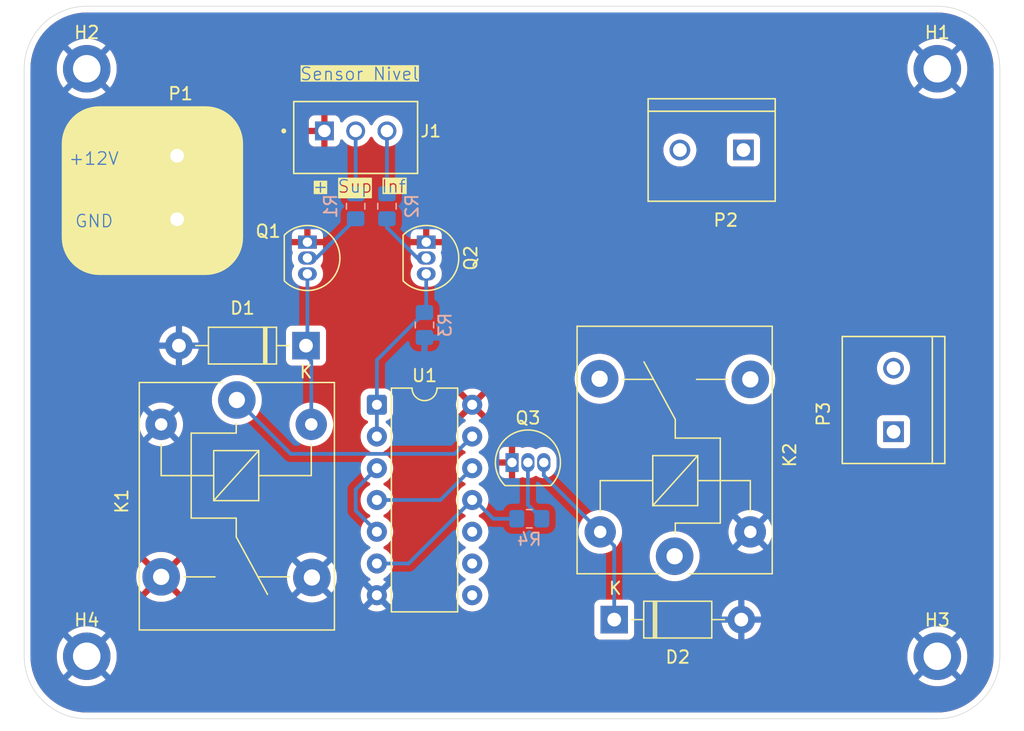
<source format=kicad_pcb>
(kicad_pcb (version 20241229) (generator "pcbnew") (generator_version "9.0")
  (title_block (title "Controlador AutomaticoBomba de Agua") (date "2025-05-19") (rev "v1.0") (company "Davidson Camilo Acuña Romero"))
  (layers (0 "F.Cu" signal) (4 "In1.Cu" power "Line") (6 "In2.Cu" power "Neutro") (2 "B.Cu" signal) (13 "F.Paste" user) (15 "B.Paste" user) (5 "F.SilkS" user "F.Silkscreen") (7 "B.SilkS" user "B.Silkscreen") (1 "F.Mask" user) (3 "B.Mask" user) (25 "Edge.Cuts" user))
  (net 0 "")
  (net 1 "Net-(D1-K)")
  (net 2 "GND")
  (net 3 "Net-(D2-K)")
  (net 4 "/LimiteSuperior")
  (net 5 "+12V")
  (net 6 "/LimiteInferior")
  (net 7 "Net-(K1-Pad1)")
  (net 8 "LINE")
  (net 9 "Net-(K2-Pad3)")
  (net 11 "NEUT")
  (net 12 "Net-(Q1-B)")
  (net 13 "Net-(Q2-B)")
  (net 14 "Net-(Q2-E)")
  (net 15 "Net-(Q3-B)")
  (net 16 "Net-(R4-Pad1)")
  (net 17 "Net-(U1-Pad12)")
  (net 19 "Net-(U1-Pad3)")
  (footprint "Diode_THT:D_DO-41_SOD81_P10.16mm_Horizontal" (layer "F.Cu") (at 169.67 105.07)
    (property "Reference" "D2" (at 5.08 3 0) (layer "F.SilkS"))
    (property "Value" "1N4001")
    (fp_line (start 1.34 0) (end 2.36 0) (stroke (width 0.12)) (layer "F.SilkS"))
    (fp_line (start 2.36 -1.47) (end 2.36 1.47) (stroke (width 0.12)) (layer "F.SilkS"))
    (fp_line (start 2.36 1.47) (end 7.8 1.47) (stroke (width 0.12)) (layer "F.SilkS"))
    (fp_line (start 3.14 -1.47) (end 3.14 1.47) (stroke (width 0.12)) (layer "F.SilkS"))
    (fp_line (start 3.26 -1.47) (end 3.26 1.47) (stroke (width 0.12)) (layer "F.SilkS"))
    (fp_line (start 3.38 -1.47) (end 3.38 1.47) (stroke (width 0.12)) (layer "F.SilkS"))
    (fp_line (start 7.8 -1.47) (end 2.36 -1.47) (stroke (width 0.12)) (layer "F.SilkS"))
    (fp_line (start 7.8 1.47) (end 7.8 -1.47) (stroke (width 0.12)) (layer "F.SilkS"))
    (fp_line (start 8.82 0) (end 7.8 0) (stroke (width 0.12)) (layer "F.SilkS"))
    (fp_text user "K" (at 0.08 -2.5 0) (layer "F.SilkS"))
    (pad "1" thru_hole rect (at 0 0) (size 2.2 2.2) (drill 1.1) (layers "*.Cu" "*.Mask") (net 3 "Net-(D2-K)"))
    (pad "2" thru_hole oval (at 10.16 0) (size 2.2 2.2) (drill 1.1) (layers "*.Cu" "*.Mask") (net 2 "GND"))
  )
  (footprint "Package_DIP:DIP-14_W7.62mm" (layer "F.Cu") (at 150.695 87.88)
    (property "Reference" "U1" (at 3.81 -2.33 0) (layer "F.SilkS"))
    (property "Value" "CD4011")
    (fp_line (start 1.16 -1.33) (end 1.16 16.57) (stroke (width 0.12)) (layer "F.SilkS"))
    (fp_line (start 1.16 16.57) (end 6.46 16.57) (stroke (width 0.12)) (layer "F.SilkS"))
    (fp_line (start 2.81 -1.33) (end 1.16 -1.33) (stroke (width 0.12)) (layer "F.SilkS"))
    (fp_line (start 6.46 -1.33) (end 4.81 -1.33) (stroke (width 0.12)) (layer "F.SilkS"))
    (fp_line (start 6.46 16.57) (end 6.46 -1.33) (stroke (width 0.12)) (layer "F.SilkS"))
    (fp_arc (start 4.81 -1.33) (mid 3.81 -0.33) (end 2.81 -1.33) (stroke (width 0.12)) (layer "F.SilkS"))
    (pad "1" thru_hole roundrect (at 0 0) (size 1.6 1.6) (drill 0.8) (layers "*.Cu" "*.Mask") (roundrect_rratio 0.15625) (net 14 "Net-(Q2-E)"))
    (pad "2" thru_hole circle (at 0 2.54) (size 1.6 1.6) (drill 0.8) (layers "*.Cu" "*.Mask") (net 14 "Net-(Q2-E)"))
    (pad "3" thru_hole circle (at 0 5.08) (size 1.6 1.6) (drill 0.8) (layers "*.Cu" "*.Mask") (net 19 "Net-(U1-Pad3)"))
    (pad "4" thru_hole circle (at 0 7.62) (size 1.6 1.6) (drill 0.8) (layers "*.Cu" "*.Mask") (net 17 "Net-(U1-Pad12)"))
    (pad "5" thru_hole circle (at 0 10.16) (size 1.6 1.6) (drill 0.8) (layers "*.Cu" "*.Mask") (net 19 "Net-(U1-Pad3)"))
    (pad "6" thru_hole circle (at 0 12.7) (size 1.6 1.6) (drill 0.8) (layers "*.Cu" "*.Mask") (net 16 "Net-(R4-Pad1)"))
    (pad "7" thru_hole circle (at 0 15.24) (size 1.6 1.6) (drill 0.8) (layers "*.Cu" "*.Mask") (net 2 "GND"))
    (pad "8" thru_hole circle (at 7.62 15.24) (size 1.6 1.6) (drill 0.8) (layers "*.Cu" "*.Mask"))
    (pad "9" thru_hole circle (at 7.62 12.7) (size 1.6 1.6) (drill 0.8) (layers "*.Cu" "*.Mask"))
    (pad "10" thru_hole circle (at 7.62 10.16) (size 1.6 1.6) (drill 0.8) (layers "*.Cu" "*.Mask"))
    (pad "11" thru_hole circle (at 7.62 7.62) (size 1.6 1.6) (drill 0.8) (layers "*.Cu" "*.Mask") (net 16 "Net-(R4-Pad1)"))
    (pad "12" thru_hole circle (at 7.62 5.08) (size 1.6 1.6) (drill 0.8) (layers "*.Cu" "*.Mask") (net 17 "Net-(U1-Pad12)"))
    (pad "13" thru_hole circle (at 7.62 2.54) (size 1.6 1.6) (drill 0.8) (layers "*.Cu" "*.Mask") (net 7 "Net-(K1-Pad1)"))
    (pad "14" thru_hole circle (at 7.62 0) (size 1.6 1.6) (drill 0.8) (layers "*.Cu" "*.Mask") (net 5 "+12V"))
  )
  (footprint "Package_TO_SOT_THT:TO-92_Inline" (layer "F.Cu") (at 161.5 92.5)
    (property "Reference" "Q3" (at 1.27 -3.56 0) (layer "F.SilkS"))
    (property "Value" "BC547")
    (fp_line (start -0.53 1.85) (end 3.07 1.85) (stroke (width 0.12)) (layer "F.SilkS"))
    (fp_arc (start -0.568478 1.838478) (mid -1.132087 -0.994977) (end 1.27 -2.6) (stroke (width 0.12)) (layer "F.SilkS"))
    (fp_arc (start 1.27 -2.6) (mid 3.672087 -0.994977) (end 3.108478 1.838478) (stroke (width 0.12)) (layer "F.SilkS"))
    (pad "1" thru_hole rect (at 0 0) (size 1.05 1.5) (drill 0.75) (layers "*.Cu" "*.Mask") (net 5 "+12V"))
    (pad "2" thru_hole oval (at 1.27 0) (size 1.05 1.5) (drill 0.75) (layers "*.Cu" "*.Mask") (net 15 "Net-(Q3-B)"))
    (pad "3" thru_hole oval (at 2.54 0) (size 1.05 1.5) (drill 0.75) (layers "*.Cu" "*.Mask") (net 3 "Net-(D2-K)"))
  )
  (footprint "Relay_THT:Relay_SPDT_SANYOU_SRD_Series_Form_C" (layer "F.Cu") (at 139.5 87.5 -90)
    (property "Reference" "K1" (at 8.1 9.2 90) (layer "F.SilkS"))
    (property "Value" "Relay12V")
    (fp_line (start 18.4 7.8) (end -1.4 7.8) (stroke (width 0.12)) (layer "F.SilkS"))
    (fp_line (start 3.55 6.05) (end 6.05 6.05) (stroke (width 0.12)) (layer "F.SilkS"))
    (fp_line (start 14.15 4.2) (end 14.15 1.75) (stroke (width 0.12)) (layer "F.SilkS"))
    (fp_line (start 9.45 3.65) (end 2.65 3.65) (stroke (width 0.12)) (layer "F.SilkS"))
    (fp_line (start 4.05 1.85) (end 4.05 -1.75) (stroke (width 0.12)) (layer "F.SilkS"))
    (fp_line (start 6.05 1.85) (end 6.05 6.05) (stroke (width 0.12)) (layer "F.SilkS"))
    (fp_line (start 8.05 1.85) (end 4.05 1.85) (stroke (width 0.12)) (layer "F.SilkS"))
    (fp_line (start 8.05 1.85) (end 4.05 -1.75) (stroke (width 0.12)) (layer "F.SilkS"))
    (fp_line (start -1.4 1.2) (end -1.4 7.8) (stroke (width 0.12)) (layer "F.SilkS"))
    (fp_line (start 2.65 0.05) (end 2.65 3.65) (stroke (width 0.12)) (layer "F.SilkS"))
    (fp_line (start 2.65 0.05) (end 1.85 0.05) (stroke (width 0.12)) (layer "F.SilkS"))
    (fp_line (start 9.45 0.05) (end 9.45 3.65) (stroke (width 0.12)) (layer "F.SilkS"))
    (fp_line (start 9.45 0.05) (end 10.95 0.05) (stroke (width 0.12)) (layer "F.SilkS"))
    (fp_line (start 10.95 0.05) (end 15.55 -2.45) (stroke (width 0.12)) (layer "F.SilkS"))
    (fp_line (start 4.05 -1.75) (end 8.05 -1.75) (stroke (width 0.12)) (layer "F.SilkS"))
    (fp_line (start 8.05 -1.75) (end 8.05 1.85) (stroke (width 0.12)) (layer "F.SilkS"))
    (fp_line (start 14.15 -4.2) (end 14.15 -1.7) (stroke (width 0.12)) (layer "F.SilkS"))
    (fp_line (start 6.05 -5.95) (end 6.05 -1.75) (stroke (width 0.12)) (layer "F.SilkS"))
    (fp_line (start 6.05 -5.95) (end 3.55 -5.95) (stroke (width 0.12)) (layer "F.SilkS"))
    (fp_line (start -1.4 -7.8) (end -1.4 -1.2) (stroke (width 0.12)) (layer "F.SilkS"))
    (fp_line (start -1.4 -7.8) (end 18.4 -7.8) (stroke (width 0.12)) (layer "F.SilkS"))
    (fp_line (start 18.4 -7.8) (end 18.4 7.8) (stroke (width 0.12)) (layer "F.SilkS"))
    (pad "1" thru_hole circle (at 0 0) (size 3 3) (drill 1.3) (layers "*.Cu" "*.Mask") (net 7 "Net-(K1-Pad1)"))
    (pad "2" thru_hole circle (at 1.95 6.05) (size 2.5 2.5) (drill 1) (layers "*.Cu" "*.Mask") (net 2 "GND"))
    (pad "3" thru_hole circle (at 14.15 6.05) (size 3 3) (drill 1.3) (layers "*.Cu" "*.Mask") (net 5 "+12V"))
    (pad "4" thru_hole circle (at 14.2 -6) (size 3 3) (drill 1.3) (layers "*.Cu" "*.Mask") (net 2 "GND"))
    (pad "5" thru_hole circle (at 1.95 -5.95) (size 2.5 2.5) (drill 1) (layers "*.Cu" "*.Mask") (net 1 "Net-(D1-K)"))
  )
  (footprint "Package_TO_SOT_THT:TO-92_Inline" (layer "F.Cu") (at 145.14 74.87 -90)
    (property "Reference" "Q1" (at -0.87 3.14 180) (layer "F.SilkS"))
    (property "Value" "BC547")
    (fp_line (start -0.53 1.85) (end 3.07 1.85) (stroke (width 0.12)) (layer "F.SilkS"))
    (fp_arc (start -0.568478 1.838478) (mid -1.132087 -0.994977) (end 1.27 -2.6) (stroke (width 0.12)) (layer "F.SilkS"))
    (fp_arc (start 1.27 -2.6) (mid 3.672087 -0.994977) (end 3.108478 1.838478) (stroke (width 0.12)) (layer "F.SilkS"))
    (pad "1" thru_hole rect (at 0 0 270) (size 1.05 1.5) (drill 0.75) (layers "*.Cu" "*.Mask") (net 5 "+12V"))
    (pad "2" thru_hole oval (at 1.27 0 270) (size 1.05 1.5) (drill 0.75) (layers "*.Cu" "*.Mask") (net 12 "Net-(Q1-B)"))
    (pad "3" thru_hole oval (at 2.54 0 270) (size 1.05 1.5) (drill 0.75) (layers "*.Cu" "*.Mask") (net 1 "Net-(D1-K)"))
  )
  (footprint "MountingHole:MountingHole_2.2mm_M2_DIN965_Pad" (layer "F.Cu") (at 195.5 61)
    (property "Reference" "H1" (at 0 -2.9 0) (layer "F.SilkS"))
    (property "Value" "MountingHole_Pad")
    (pad "1" thru_hole circle (at 0 0) (size 3.8 3.8) (drill 2.2) (layers "*.Cu" "*.Mask") (net 2 "GND"))
  )
  (footprint "Package_TO_SOT_THT:TO-92_Inline" (layer "F.Cu") (at 154.64 74.87 -90)
    (property "Reference" "Q2" (at 1.27 -3.56 90) (layer "F.SilkS"))
    (property "Value" "BC547")
    (fp_line (start -0.53 1.85) (end 3.07 1.85) (stroke (width 0.12)) (layer "F.SilkS"))
    (fp_arc (start -0.568478 1.838478) (mid -1.132087 -0.994977) (end 1.27 -2.6) (stroke (width 0.12)) (layer "F.SilkS"))
    (fp_arc (start 1.27 -2.6) (mid 3.672087 -0.994977) (end 3.108478 1.838478) (stroke (width 0.12)) (layer "F.SilkS"))
    (pad "1" thru_hole rect (at 0 0 270) (size 1.05 1.5) (drill 0.75) (layers "*.Cu" "*.Mask") (net 5 "+12V"))
    (pad "2" thru_hole oval (at 1.27 0 270) (size 1.05 1.5) (drill 0.75) (layers "*.Cu" "*.Mask") (net 13 "Net-(Q2-B)"))
    (pad "3" thru_hole oval (at 2.54 0 270) (size 1.05 1.5) (drill 0.75) (layers "*.Cu" "*.Mask") (net 14 "Net-(Q2-E)"))
  )
  (footprint "BORNERA_2:BORNERA-2" (layer "F.Cu") (at 177.46 67.5 180)
    (property "Reference" "P2" (at -1.127255 -5.614945 0) (layer "F.SilkS") (effects (font (size 1.002039 1.002039))))
    (property "Value" "230VAC/50Hz")
    (fp_line (start 5.08 4.1) (end -5.08 4.1) (stroke (width 0.127)) (layer "F.SilkS"))
    (fp_line (start 5.08 3.1) (end 5.08 4.1) (stroke (width 0.127)) (layer "F.SilkS"))
    (fp_line (start 5.08 -4.1) (end 5.08 3.1) (stroke (width 0.127)) (layer "F.SilkS"))
    (fp_line (start -5.08 4.1) (end -5.08 3.1) (stroke (width 0.127)) (layer "F.SilkS"))
    (fp_line (start -5.08 3.1) (end 5.08 3.1) (stroke (width 0.127)) (layer "F.SilkS"))
    (fp_line (start -5.08 3.1) (end -5.08 -4.1) (stroke (width 0.127)) (layer "F.SilkS"))
    (fp_line (start -5.08 -4.1) (end 5.08 -4.1) (stroke (width 0.127)) (layer "F.SilkS"))
    (pad "1" thru_hole rect (at -2.54 0 180) (size 1.65 1.65) (drill 1.1) (layers "*.Cu" "*.Mask") (net 8 "LINE"))
    (pad "2" thru_hole circle (at 2.54 0 180) (size 1.65 1.65) (drill 1.1) (layers "*.Cu" "*.Mask") (net 11 "NEUT"))
  )
  (footprint "MountingHole:MountingHole_2.2mm_M2_DIN965_Pad" (layer "F.Cu") (at 127.5 61)
    (property "Reference" "H2" (at 0 -2.9 0) (layer "F.SilkS"))
    (property "Value" "MountingHole_Pad")
    (pad "1" thru_hole circle (at 0 0) (size 3.8 3.8) (drill 2.2) (layers "*.Cu" "*.Mask") (net 2 "GND"))
  )
  (footprint "MountingHole:MountingHole_2.2mm_M2_DIN965_Pad" (layer "F.Cu") (at 127.5 108)
    (property "Reference" "H4" (at 0 -2.9 0) (layer "F.SilkS"))
    (property "Value" "MountingHole_Pad")
    (pad "1" thru_hole circle (at 0 0) (size 3.8 3.8) (drill 2.2) (layers "*.Cu" "*.Mask") (net 2 "GND"))
  )
  (footprint "BORNERA_2:BORNERA-2" (layer "F.Cu") (at 192 87.5 90)
    (property "Reference" "P3" (at -1.127255 -5.614945 90) (layer "F.SilkS") (effects (font (size 1.002039 1.002039))))
    (property "Value" "Motor/Bomba")
    (fp_line (start 5.08 -4.1) (end 5.08 3.1) (stroke (width 0.127)) (layer "F.SilkS"))
    (fp_line (start -5.08 -4.1) (end 5.08 -4.1) (stroke (width 0.127)) (layer "F.SilkS"))
    (fp_line (start 5.08 3.1) (end 5.08 4.1) (stroke (width 0.127)) (layer "F.SilkS"))
    (fp_line (start -5.08 3.1) (end -5.08 -4.1) (stroke (width 0.127)) (layer "F.SilkS"))
    (fp_line (start -5.08 3.1) (end 5.08 3.1) (stroke (width 0.127)) (layer "F.SilkS"))
    (fp_line (start 5.08 4.1) (end -5.08 4.1) (stroke (width 0.127)) (layer "F.SilkS"))
    (fp_line (start -5.08 4.1) (end -5.08 3.1) (stroke (width 0.127)) (layer "F.SilkS"))
    (pad "1" thru_hole rect (at -2.54 0 90) (size 1.65 1.65) (drill 1.1) (layers "*.Cu" "*.Mask") (net 9 "Net-(K2-Pad3)"))
    (pad "2" thru_hole circle (at 2.54 0 90) (size 1.65 1.65) (drill 1.1) (layers "*.Cu" "*.Mask") (net 11 "NEUT"))
  )
  (footprint "MountingHole:MountingHole_2.2mm_M2_DIN965_Pad" (layer "F.Cu") (at 195.5 108)
    (property "Reference" "H3" (at 0 -2.9 0) (layer "F.SilkS"))
    (property "Value" "MountingHole_Pad")
    (pad "1" thru_hole circle (at 0 0) (size 3.8 3.8) (drill 2.2) (layers "*.Cu" "*.Mask") (net 2 "GND"))
  )
  (footprint "Relay_THT:Relay_SPDT_SANYOU_SRD_Series_Form_C" (layer "F.Cu") (at 174.5 100 90)
    (property "Reference" "K2" (at 8.1 9.2 90) (layer "F.SilkS"))
    (property "Value" "Relay12V")
    (fp_line (start 18.4 -7.8) (end 18.4 7.8) (stroke (width 0.12)) (layer "F.SilkS"))
    (fp_line (start -1.4 -7.8) (end 18.4 -7.8) (stroke (width 0.12)) (layer "F.SilkS"))
    (fp_line (start -1.4 -7.8) (end -1.4 -1.2) (stroke (width 0.12)) (layer "F.SilkS"))
    (fp_line (start 6.05 -5.95) (end 3.55 -5.95) (stroke (width 0.12)) (layer "F.SilkS"))
    (fp_line (start 6.05 -5.95) (end 6.05 -1.75) (stroke (width 0.12)) (layer "F.SilkS"))
    (fp_line (start 14.15 -4.2) (end 14.15 -1.7) (stroke (width 0.12)) (layer "F.SilkS"))
    (fp_line (start 8.05 -1.75) (end 8.05 1.85) (stroke (width 0.12)) (layer "F.SilkS"))
    (fp_line (start 4.05 -1.75) (end 8.05 -1.75) (stroke (width 0.12)) (layer "F.SilkS"))
    (fp_line (start 10.95 0.05) (end 15.55 -2.45) (stroke (width 0.12)) (layer "F.SilkS"))
    (fp_line (start 9.45 0.05) (end 10.95 0.05) (stroke (width 0.12)) (layer "F.SilkS"))
    (fp_line (start 9.45 0.05) (end 9.45 3.65) (stroke (width 0.12)) (layer "F.SilkS"))
    (fp_line (start 2.65 0.05) (end 1.85 0.05) (stroke (width 0.12)) (layer "F.SilkS"))
    (fp_line (start 2.65 0.05) (end 2.65 3.65) (stroke (width 0.12)) (layer "F.SilkS"))
    (fp_line (start -1.4 1.2) (end -1.4 7.8) (stroke (width 0.12)) (layer "F.SilkS"))
    (fp_line (start 8.05 1.85) (end 4.05 -1.75) (stroke (width 0.12)) (layer "F.SilkS"))
    (fp_line (start 8.05 1.85) (end 4.05 1.85) (stroke (width 0.12)) (layer "F.SilkS"))
    (fp_line (start 6.05 1.85) (end 6.05 6.05) (stroke (width 0.12)) (layer "F.SilkS"))
    (fp_line (start 4.05 1.85) (end 4.05 -1.75) (stroke (width 0.12)) (layer "F.SilkS"))
    (fp_line (start 9.45 3.65) (end 2.65 3.65) (stroke (width 0.12)) (layer "F.SilkS"))
    (fp_line (start 14.15 4.2) (end 14.15 1.75) (stroke (width 0.12)) (layer "F.SilkS"))
    (fp_line (start 3.55 6.05) (end 6.05 6.05) (stroke (width 0.12)) (layer "F.SilkS"))
    (fp_line (start 18.4 7.8) (end -1.4 7.8) (stroke (width 0.12)) (layer "F.SilkS"))
    (pad "1" thru_hole circle (at 0 0 180) (size 3 3) (drill 1.3) (layers "*.Cu" "*.Mask") (net 8 "LINE"))
    (pad "2" thru_hole circle (at 1.95 6.05 180) (size 2.5 2.5) (drill 1) (layers "*.Cu" "*.Mask") (net 2 "GND"))
    (pad "3" thru_hole circle (at 14.15 6.05 180) (size 3 3) (drill 1.3) (layers "*.Cu" "*.Mask") (net 9 "Net-(K2-Pad3)"))
    (pad "4" thru_hole circle (at 14.2 -6 180) (size 3 3) (drill 1.3) (layers "*.Cu" "*.Mask"))
    (pad "5" thru_hole circle (at 1.95 -5.95 180) (size 2.5 2.5) (drill 1) (layers "*.Cu" "*.Mask") (net 3 "Net-(D2-K)"))
  )
  (footprint "JST_XH_3:JST_B3B-XH-A" (layer "F.Cu") (at 149 66.5 180)
    (property "Reference" "J1" (at -6 0.5 0) (layer "F.SilkS") (effects (font (size 0.944882 0.944882))))
    (property "Value" "Sensor")
    (fp_line (start 4.95 2.875) (end -4.95 2.875) (stroke (width 0.127)) (layer "F.SilkS"))
    (fp_line (start 4.95 -2.875) (end 4.95 2.875) (stroke (width 0.127)) (layer "F.SilkS"))
    (fp_line (start -4.95 2.875) (end -4.95 -2.875) (stroke (width 0.127)) (layer "F.SilkS"))
    (fp_line (start -4.95 -2.875) (end 4.95 -2.875) (stroke (width 0.127)) (layer "F.SilkS"))
    (fp_circle (center 5.75 0.525) (end 5.85 0.525) (stroke (width 0.2)) (fill no) (layer "F.SilkS"))
    (pad "1" thru_hole rect (at 2.5 0.525 180) (size 1.508 1.508) (drill 1) (layers "*.Cu" "*.Mask") (net 5 "+12V"))
    (pad "2" thru_hole circle (at 0 0.525 180) (size 1.508 1.508) (drill 1) (layers "*.Cu" "*.Mask") (net 6 "/LimiteInferior"))
    (pad "3" thru_hole circle (at -2.5 0.525 180) (size 1.508 1.508) (drill 1) (layers "*.Cu" "*.Mask") (net 4 "/LimiteSuperior"))
  )
  (footprint "BORNERA_2:BORNERA-2" (layer "F.Cu") (at 134.725 70.5 -90)
    (property "Reference" "P1" (at -7.5 -0.275 180) (layer "F.SilkS") (effects (font (size 1.002039 1.002039))))
    (property "Value" "12V")
    (fp_line (start -5.08 4.1) (end -5.08 3.1) (stroke (width 0.127)) (layer "F.SilkS"))
    (fp_line (start 5.08 4.1) (end -5.08 4.1) (stroke (width 0.127)) (layer "F.SilkS"))
    (fp_line (start -5.08 3.1) (end 5.08 3.1) (stroke (width 0.127)) (layer "F.SilkS"))
    (fp_line (start -5.08 3.1) (end -5.08 -4.1) (stroke (width 0.127)) (layer "F.SilkS"))
    (fp_line (start 5.08 3.1) (end 5.08 4.1) (stroke (width 0.127)) (layer "F.SilkS"))
    (fp_line (start -5.08 -4.1) (end 5.08 -4.1) (stroke (width 0.127)) (layer "F.SilkS"))
    (fp_line (start 5.08 -4.1) (end 5.08 3.1) (stroke (width 0.127)) (layer "F.SilkS"))
    (pad "1" thru_hole rect (at -2.54 0 270) (size 1.65 1.65) (drill 1.1) (layers "*.Cu" "*.Mask") (net 5 "+12V"))
    (pad "2" thru_hole circle (at 2.54 0 270) (size 1.65 1.65) (drill 1.1) (layers "*.Cu" "*.Mask") (net 2 "GND"))
  )
  (footprint "Diode_THT:D_DO-41_SOD81_P10.16mm_Horizontal" (layer "F.Cu") (at 145.03 83.15 180)
    (property "Reference" "D1" (at 5.08 3 0) (layer "F.SilkS"))
    (property "Value" "1N4001")
    (fp_line (start 8.82 0) (end 7.8 0) (stroke (width 0.12)) (layer "F.SilkS"))
    (fp_line (start 7.8 1.47) (end 7.8 -1.47) (stroke (width 0.12)) (layer "F.SilkS"))
    (fp_line (start 7.8 -1.47) (end 2.36 -1.47) (stroke (width 0.12)) (layer "F.SilkS"))
    (fp_line (start 3.38 -1.47) (end 3.38 1.47) (stroke (width 0.12)) (layer "F.SilkS"))
    (fp_line (start 3.26 -1.47) (end 3.26 1.47) (stroke (width 0.12)) (layer "F.SilkS"))
    (fp_line (start 3.14 -1.47) (end 3.14 1.47) (stroke (width 0.12)) (layer "F.SilkS"))
    (fp_line (start 2.36 1.47) (end 7.8 1.47) (stroke (width 0.12)) (layer "F.SilkS"))
    (fp_line (start 2.36 -1.47) (end 2.36 1.47) (stroke (width 0.12)) (layer "F.SilkS"))
    (fp_line (start 1.34 0) (end 2.36 0) (stroke (width 0.12)) (layer "F.SilkS"))
    (fp_text user "K" (at 0 -2.1 0) (layer "F.SilkS"))
    (pad "1" thru_hole rect (at 0 0 180) (size 2.2 2.2) (drill 1.1) (layers "*.Cu" "*.Mask") (net 1 "Net-(D1-K)"))
    (pad "2" thru_hole oval (at 10.16 0 180) (size 2.2 2.2) (drill 1.1) (layers "*.Cu" "*.Mask") (net 2 "GND"))
  )
  (footprint "Resistor_SMD:R_0805_2012Metric_Pad1.20x1.40mm_HandSolder" (layer "B.Cu") (at 162.88 97)
    (property "Reference" "R4" (at 0 1.65 0) (layer "B.SilkS") (effects (justify mirror)))
    (property "Value" "1k")
    (fp_line (start -0.227064 -0.735) (end 0.227064 -0.735) (stroke (width 0.12)) (layer "B.SilkS"))
    (fp_line (start -0.227064 0.735) (end 0.227064 0.735) (stroke (width 0.12)) (layer "B.SilkS"))
    (pad "1" smd roundrect (at -1 0) (size 1.2 1.4) (layers "B.Cu" "B.Mask" "B.Paste") (roundrect_rratio 0.208333) (net 16 "Net-(R4-Pad1)"))
    (pad "2" smd roundrect (at 1 0) (size 1.2 1.4) (layers "B.Cu" "B.Mask" "B.Paste") (roundrect_rratio 0.208333) (net 15 "Net-(Q3-B)"))
  )
  (footprint "Resistor_SMD:R_0805_2012Metric_Pad1.20x1.40mm_HandSolder" (layer "B.Cu") (at 154.5 81.5 90)
    (property "Reference" "R3" (at 0 1.65 90) (layer "B.SilkS") (effects (justify mirror)))
    (property "Value" "1k")
    (fp_line (start -0.227064 -0.735) (end 0.227064 -0.735) (stroke (width 0.12)) (layer "B.SilkS"))
    (fp_line (start -0.227064 0.735) (end 0.227064 0.735) (stroke (width 0.12)) (layer "B.SilkS"))
    (pad "1" smd roundrect (at -1 0 90) (size 1.2 1.4) (layers "B.Cu" "B.Mask" "B.Paste") (roundrect_rratio 0.208333) (net 2 "GND"))
    (pad "2" smd roundrect (at 1 0 90) (size 1.2 1.4) (layers "B.Cu" "B.Mask" "B.Paste") (roundrect_rratio 0.208333) (net 14 "Net-(Q2-E)"))
  )
  (footprint "Resistor_SMD:R_0805_2012Metric_Pad1.20x1.40mm_HandSolder" (layer "B.Cu") (at 151.5 72 -90)
    (property "Reference" "R2" (at 0 -2 90) (layer "B.SilkS") (effects (justify mirror)))
    (property "Value" "1k")
    (fp_line (start -0.227064 0.735) (end 0.227064 0.735) (stroke (width 0.12)) (layer "B.SilkS"))
    (fp_line (start -0.227064 -0.735) (end 0.227064 -0.735) (stroke (width 0.12)) (layer "B.SilkS"))
    (pad "1" smd roundrect (at -1 0 270) (size 1.2 1.4) (layers "B.Cu" "B.Mask" "B.Paste") (roundrect_rratio 0.208333) (net 4 "/LimiteSuperior"))
    (pad "2" smd roundrect (at 1 0 270) (size 1.2 1.4) (layers "B.Cu" "B.Mask" "B.Paste") (roundrect_rratio 0.208333) (net 13 "Net-(Q2-B)"))
  )
  (footprint "Resistor_SMD:R_0805_2012Metric_Pad1.20x1.40mm_HandSolder" (layer "B.Cu") (at 149 72 -90)
    (property "Reference" "R1" (at 0 2 90) (layer "B.SilkS") (effects (justify mirror)))
    (property "Value" "1k")
    (fp_line (start -0.227064 0.735) (end 0.227064 0.735) (stroke (width 0.12)) (layer "B.SilkS"))
    (fp_line (start -0.227064 -0.735) (end 0.227064 -0.735) (stroke (width 0.12)) (layer "B.SilkS"))
    (pad "1" smd roundrect (at -1 0 270) (size 1.2 1.4) (layers "B.Cu" "B.Mask" "B.Paste") (roundrect_rratio 0.208333) (net 6 "/LimiteInferior"))
    (pad "2" smd roundrect (at 1 0 270) (size 1.2 1.4) (layers "B.Cu" "B.Mask" "B.Paste") (roundrect_rratio 0.208333) (net 12 "Net-(Q1-B)"))
  )
  (gr_line (start 127.5 56) (end 195.5 56) (stroke (width 0.05)) (layer "Edge.Cuts"))
  (gr_arc (start 127.5 113) (mid 123.964466 111.535534) (end 122.5 108) (stroke (width 0.05)) (layer "Edge.Cuts"))
  (gr_line (start 122.5 108) (end 122.5 61) (stroke (width 0.05)) (layer "Edge.Cuts"))
  (gr_arc (start 200.5 108) (mid 199.035534 111.535534) (end 195.5 113) (stroke (width 0.05)) (layer "Edge.Cuts"))
  (gr_line (start 195.5 113) (end 127.5 113) (stroke (width 0.05)) (layer "Edge.Cuts"))
  (gr_arc (start 195.5 56) (mid 199.035534 57.464466) (end 200.5 61) (stroke (width 0.05)) (layer "Edge.Cuts"))
  (gr_arc (start 122.5 61) (mid 123.964466 57.464466) (end 127.5 56) (stroke (width 0.05)) (layer "Edge.Cuts"))
  (gr_line (start 200.5 61) (end 200.5 108) (stroke (width 0.05)) (layer "Edge.Cuts"))
  (gr_text "Sup" (at 147.5 71 0) (layer "F.SilkS" knockout) (effects (font (size 1 1) (thickness 0.1)) (justify left bottom)))
  (gr_text "GND" (at 126.5 73.77 0) (layer "F.SilkS" knockout) (effects (font (size 1 1) (thickness 0.1)) (justify left bottom)))
  (gr_text "Sensor Nivel" (at 144.5 62 0) (layer "F.SilkS" knockout) (effects (font (size 1 1) (thickness 0.1)) (justify left bottom)))
  (gr_text "Inf" (at 151 71 0) (layer "F.SilkS" knockout) (effects (font (size 1 1) (thickness 0.1)) (justify left bottom)))
  (gr_text "+" (at 145.5 71 0) (layer "F.SilkS" knockout) (effects (font (size 1 1) (thickness 0.1)) (justify left bottom)))
  (gr_text "+12V" (at 126 68.77 0) (layer "F.SilkS" knockout) (effects (font (size 1 1) (thickness 0.1)) (justify left bottom)))
  (segment (start 145.45 84.39) (end 145.45 89.45) (width 0.3) (layer "B.Cu") (net 1))
  (segment (start 145.03 83.97) (end 145.45 84.39) (width 0.3) (layer "B.Cu") (net 1))
  (segment (start 145.14 77.41) (end 145.14 83.04) (width 0.3) (layer "B.Cu") (net 1))
  (segment (start 145.14 83.04) (end 145.03 83.15) (width 0.3) (layer "B.Cu") (net 1))
  (segment (start 145.03 83.15) (end 145.03 83.97) (width 0.3) (layer "B.Cu") (net 1))
  (segment (start 169.67 99.17) (end 168.55 98.05) (width 0.3) (layer "B.Cu") (net 3))
  (segment (start 164.04 92.5) (end 164.04 93.54) (width 0.3) (layer "B.Cu") (net 3))
  (segment (start 169.67 105.07) (end 169.67 99.17) (width 0.3) (layer "B.Cu") (net 3))
  (segment (start 164.04 93.54) (end 168.55 98.05) (width 0.3) (layer "B.Cu") (net 3))
  (segment (start 151.5 65.975) (end 151.5 71) (width 0.3) (layer "B.Cu") (net 4))
  (segment (start 149 65.975) (end 149 71) (width 0.3) (layer "B.Cu") (net 6))
  (segment (start 143.809 91.809) (end 156.926 91.809) (width 0.3) (layer "B.Cu") (net 7))
  (segment (start 156.926 91.809) (end 158.315 90.42) (width 0.3) (layer "B.Cu") (net 7))
  (segment (start 139.5 87.5) (end 143.809 91.809) (width 0.3) (layer "B.Cu") (net 7))
  (segment (start 149 73) (end 145.86 76.14) (width 0.3) (layer "B.Cu") (net 12))
  (segment (start 145.86 76.14) (end 145.14 76.14) (width 0.3) (layer "B.Cu") (net 12))
  (segment (start 153.933 76.14) (end 154.64 76.14) (width 0.3) (layer "B.Cu") (net 13))
  (segment (start 151.5 73.707) (end 153.933 76.14) (width 0.3) (layer "B.Cu") (net 13))
  (segment (start 151.5 73) (end 151.5 73.707) (width 0.3) (layer "B.Cu") (net 13))
  (segment (start 150.695 84.305) (end 150.695 87.88) (width 0.3) (layer "B.Cu") (net 14))
  (segment (start 154.64 80.36) (end 154.5 80.5) (width 0.3) (layer "B.Cu") (net 14))
  (segment (start 154.64 77.41) (end 154.64 80.36) (width 0.3) (layer "B.Cu") (net 14))
  (segment (start 150.695 90.42) (end 150.695 87.88) (width 0.3) (layer "B.Cu") (net 14))
  (segment (start 154.5 80.5) (end 150.695 84.305) (width 0.3) (layer "B.Cu") (net 14))
  (segment (start 163.88 97) (end 162.77 95.89) (width 0.3) (layer "B.Cu") (net 15))
  (segment (start 162.77 95.89) (end 162.77 92.5) (width 0.3) (layer "B.Cu") (net 15))
  (segment (start 158.315 95.5) (end 158.5 95.5) (width 0.3) (layer "B.Cu") (net 16))
  (segment (start 153.235 100.58) (end 158.315 95.5) (width 0.3) (layer "B.Cu") (net 16))
  (segment (start 158.5 95.5) (end 160 97) (width 0.3) (layer "B.Cu") (net 16))
  (segment (start 160 97) (end 161.88 97) (width 0.3) (layer "B.Cu") (net 16))
  (segment (start 150.695 100.58) (end 153.235 100.58) (width 0.3) (layer "B.Cu") (net 16))
  (segment (start 155.775 95.5) (end 158.315 92.96) (width 0.3) (layer "B.Cu") (net 17))
  (segment (start 150.695 95.5) (end 155.775 95.5) (width 0.3) (layer "B.Cu") (net 17))
  (segment (start 150.695 92.96) (end 149 94.655) (width 0.3) (layer "B.Cu") (net 19))
  (segment (start 149 94.655) (end 149 96.345) (width 0.3) (layer "B.Cu") (net 19))
  (segment (start 149 96.345) (end 150.695 98.04) (width 0.3) (layer "B.Cu") (net 19))
  (zone (net 5) (net_name "+12V") (layer "F.Cu") (connect_pads (clearance 0.5)) (min_thickness 0.25) (fill yes (thermal_gap 0.5) (thermal_bridge_width 0.5))
    (polygon (pts (xy 122 55.5) (xy 201.5 55.5) (xy 201.5 114) (xy 122 114)))
  )
  (zone (net 2) (net_name "GND") (layer "B.Cu") (priority 1) (connect_pads (clearance 0.5)) (min_thickness 0.25) (fill yes (thermal_gap 0.5) (thermal_bridge_width 0.5))
    (polygon (pts (xy 122 55.5) (xy 201.5 55.5) (xy 201.5 114) (xy 122 114)))
  )
  (zone (net 0) (net_name "") (layer "F.SilkS") (connect_pads (clearance 0.5)) (min_thickness 0.25) (fill yes (thermal_gap 0.5) (thermal_bridge_width 0.5) (smoothing fillet) (radius 3))
    (polygon (pts (xy 140 64) (xy 140 77.5) (xy 125.5 77.5) (xy 125.5 64)))
  )
)
</source>
